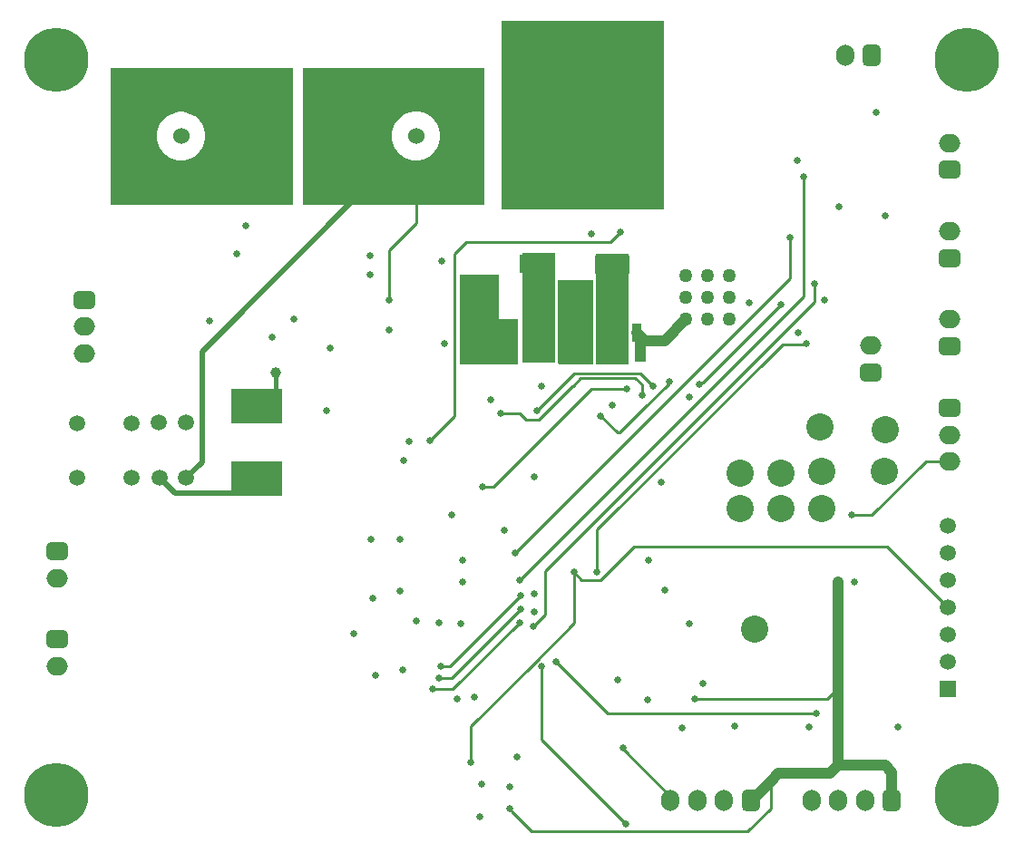
<source format=gbl>
G04*
G04 #@! TF.GenerationSoftware,Altium Limited,Altium Designer,21.2.0 (30)*
G04*
G04 Layer_Physical_Order=4*
G04 Layer_Color=16711680*
%FSLAX25Y25*%
%MOIN*%
G70*
G04*
G04 #@! TF.SameCoordinates,1A82DE82-DBE2-47DD-AFC6-AE7A396213A6*
G04*
G04*
G04 #@! TF.FilePolarity,Positive*
G04*
G01*
G75*
%ADD12C,0.01000*%
%ADD41R,0.03937X0.05315*%
%ADD57C,0.06000*%
%ADD58C,0.12598*%
%ADD59O,0.07874X0.06693*%
G04:AMPARAMS|DCode=60|XSize=66.93mil|YSize=78.74mil|CornerRadius=16.73mil|HoleSize=0mil|Usage=FLASHONLY|Rotation=270.000|XOffset=0mil|YOffset=0mil|HoleType=Round|Shape=RoundedRectangle|*
%AMROUNDEDRECTD60*
21,1,0.06693,0.04528,0,0,270.0*
21,1,0.03347,0.07874,0,0,270.0*
1,1,0.03346,-0.02264,-0.01673*
1,1,0.03346,-0.02264,0.01673*
1,1,0.03346,0.02264,0.01673*
1,1,0.03346,0.02264,-0.01673*
%
%ADD60ROUNDEDRECTD60*%
%ADD61C,0.10000*%
%ADD62O,0.06693X0.07874*%
G04:AMPARAMS|DCode=63|XSize=66.93mil|YSize=78.74mil|CornerRadius=16.73mil|HoleSize=0mil|Usage=FLASHONLY|Rotation=180.000|XOffset=0mil|YOffset=0mil|HoleType=Round|Shape=RoundedRectangle|*
%AMROUNDEDRECTD63*
21,1,0.06693,0.04528,0,0,180.0*
21,1,0.03347,0.07874,0,0,180.0*
1,1,0.03346,-0.01673,0.02264*
1,1,0.03346,0.01673,0.02264*
1,1,0.03346,0.01673,-0.02264*
1,1,0.03346,-0.01673,-0.02264*
%
%ADD63ROUNDEDRECTD63*%
%ADD64C,0.05906*%
%ADD65R,0.05906X0.05906*%
%ADD66C,0.23622*%
%ADD67C,0.05000*%
%ADD68C,0.03150*%
%ADD69C,0.01500*%
%ADD70C,0.02000*%
%ADD71C,0.04000*%
%ADD73C,0.02559*%
%ADD74C,0.03937*%
%ADD75R,0.12598X0.06890*%
%ADD76R,0.03740X0.06890*%
%ADD77R,0.18504X0.12992*%
G36*
X173480Y233138D02*
X106762D01*
Y283639D01*
X173480D01*
Y233138D01*
D02*
G37*
G36*
X103262D02*
X36262D01*
Y283639D01*
X103262D01*
Y233138D01*
D02*
G37*
G36*
X239500Y231500D02*
X180000D01*
Y300971D01*
X239500D01*
Y231500D01*
D02*
G37*
G36*
X199500Y191017D02*
X199398D01*
Y182552D01*
X199500D01*
Y175000D01*
X187500D01*
Y215500D01*
X199500D01*
Y191017D01*
D02*
G37*
G36*
X213480Y205500D02*
Y174500D01*
X200787Y174500D01*
X200520Y175000D01*
Y182552D01*
X200500Y182651D01*
Y190918D01*
X200520Y191017D01*
Y205500D01*
X213480Y205500D01*
D02*
G37*
G36*
X226500Y174500D02*
X214500D01*
Y215000D01*
X226500D01*
Y174500D01*
D02*
G37*
G36*
X179000Y191000D02*
X186000D01*
Y174653D01*
X185538Y174462D01*
X185500Y174500D01*
X164500D01*
Y207500D01*
X179000D01*
Y191000D01*
D02*
G37*
%LPC*%
G36*
X149335Y267374D02*
X147587D01*
X145872Y267033D01*
X144257Y266364D01*
X142804Y265393D01*
X141568Y264157D01*
X140597Y262703D01*
X139928Y261088D01*
X139587Y259374D01*
Y257626D01*
X139928Y255911D01*
X140597Y254297D01*
X141568Y252843D01*
X142804Y251607D01*
X144257Y250636D01*
X145872Y249967D01*
X147587Y249626D01*
X149335D01*
X151049Y249967D01*
X152664Y250636D01*
X154118Y251607D01*
X155353Y252843D01*
X156325Y254297D01*
X156994Y255911D01*
X157335Y257626D01*
Y259374D01*
X156994Y261088D01*
X156325Y262703D01*
X155353Y264157D01*
X154118Y265393D01*
X152664Y266364D01*
X151049Y267033D01*
X149335Y267374D01*
D02*
G37*
G36*
X62913Y267335D02*
X61165D01*
X59451Y266994D01*
X57836Y266325D01*
X56383Y265353D01*
X55146Y264118D01*
X54175Y262664D01*
X53506Y261049D01*
X53165Y259335D01*
Y257587D01*
X53506Y255872D01*
X54175Y254257D01*
X55146Y252804D01*
X56383Y251568D01*
X57836Y250597D01*
X59451Y249928D01*
X61165Y249587D01*
X62913D01*
X64628Y249928D01*
X66243Y250597D01*
X67696Y251568D01*
X68932Y252804D01*
X69903Y254257D01*
X70572Y255872D01*
X70913Y257587D01*
Y259335D01*
X70572Y261049D01*
X69903Y262664D01*
X68932Y264118D01*
X67696Y265353D01*
X66243Y266325D01*
X64628Y266994D01*
X62913Y267335D01*
D02*
G37*
%LPD*%
D12*
X138500Y216500D02*
X148461Y226461D01*
X138500Y198000D02*
Y216500D01*
X252922Y167000D02*
X253637Y167715D01*
X253715D02*
X282500Y196500D01*
X252500Y167000D02*
X252922D01*
X253637Y167715D02*
X253715D01*
X206500Y79431D02*
Y98000D01*
X191720Y64651D02*
X206500Y79431D01*
X168500Y28000D02*
Y41431D01*
X191720Y64651D02*
Y64651D01*
X168500Y41431D02*
X191720Y64651D01*
X209279Y95221D02*
X216151D01*
X206500Y98000D02*
X209279Y95221D01*
X183500Y10000D02*
X190703Y2797D01*
X270297D01*
X278750Y11250D01*
Y21250D01*
X299500Y51500D02*
X303500Y55500D01*
X251000Y51500D02*
X299500D01*
X316000Y119000D02*
X335815Y138815D01*
X344500D01*
X308500Y119000D02*
X316000D01*
X321500Y107500D02*
X344000Y85000D01*
X216151Y95221D02*
X228431Y107500D01*
X321500D01*
X148461Y226461D02*
Y241039D01*
X177000Y129500D02*
X213000Y165500D01*
X226000D01*
X173000Y129500D02*
X177000D01*
X229000Y169500D02*
X231500Y167000D01*
Y163000D02*
Y167000D01*
X209000Y169500D02*
X229000D01*
X206069Y166569D02*
X209000Y169500D01*
X206000Y166569D02*
X206069D01*
X188961Y154000D02*
X193431D01*
X206000Y166569D01*
X179500Y156500D02*
X186461D01*
X188961Y154000D01*
X206500Y171000D02*
X231000D01*
X235500Y166500D01*
X193000Y157500D02*
X206500Y171000D01*
X240754Y166815D02*
Y166832D01*
X232277Y158339D02*
Y158339D01*
X241500Y167578D02*
Y168000D01*
X232277Y158339D02*
X240754Y166815D01*
Y166832D02*
X241500Y167578D01*
X223353Y149414D02*
X232277Y158339D01*
X216286Y155652D02*
X222524Y149414D01*
X223353D01*
X215000Y98000D02*
Y113692D01*
X283221Y181913D02*
X291913D01*
X215000Y113692D02*
X283221Y181913D01*
X220000Y219500D02*
X223500Y223000D01*
X167000Y219500D02*
X220000D01*
X162500Y215000D02*
X167000Y219500D01*
X162500Y155500D02*
Y215000D01*
X153500Y146500D02*
X162500Y155500D01*
X286000Y206000D02*
Y221000D01*
X185000Y105000D02*
X286000Y206000D01*
X200000Y65000D02*
X219000Y46000D01*
X295500D01*
X194500Y36648D02*
X225571Y5576D01*
X194500Y36648D02*
Y63500D01*
X196000Y98500D02*
X294842Y197342D01*
Y203842D01*
X196000Y82500D02*
Y98500D01*
X291913Y181913D02*
X292000Y182000D01*
X186500Y95000D02*
X291000Y199500D01*
X191500Y78000D02*
X196000Y82500D01*
X161376Y59124D02*
X186876Y84624D01*
X156876Y59124D02*
X161376D01*
X294842Y203842D02*
X295000Y204000D01*
X161752Y55000D02*
X186376Y79624D01*
X154500Y55000D02*
X161752D01*
X160752Y63500D02*
X186876Y89624D01*
X157500Y63500D02*
X160752D01*
X291000Y199500D02*
Y243500D01*
X224500Y33078D02*
X241972Y15606D01*
Y14000D02*
Y15606D01*
X224500Y33078D02*
Y33500D01*
D41*
X196761Y178000D02*
D03*
X204044D02*
D03*
X183358D02*
D03*
X190642D02*
D03*
X217597D02*
D03*
X210314D02*
D03*
X231000D02*
D03*
X223716D02*
D03*
D57*
X62039Y258461D02*
D03*
X148461Y258500D02*
D03*
D58*
X79500Y275921D02*
D03*
X62039Y241000D02*
D03*
X79500Y258461D02*
D03*
Y241000D02*
D03*
X44579D02*
D03*
Y258461D02*
D03*
X62039Y275921D02*
D03*
X44579D02*
D03*
X165921Y275961D02*
D03*
X148461Y241039D02*
D03*
X165921Y258500D02*
D03*
Y241039D02*
D03*
X131000D02*
D03*
Y258500D02*
D03*
X148461Y275961D02*
D03*
X131000D02*
D03*
D59*
X26500Y178500D02*
D03*
Y188342D02*
D03*
X344500Y191000D02*
D03*
Y223342D02*
D03*
X315500Y181500D02*
D03*
X344500Y255842D02*
D03*
Y138815D02*
D03*
Y148658D02*
D03*
X16500Y95917D02*
D03*
Y63657D02*
D03*
D60*
X26500Y198185D02*
D03*
X344500Y181158D02*
D03*
Y213500D02*
D03*
X315500Y171658D02*
D03*
X344500Y246000D02*
D03*
Y158500D02*
D03*
X16500Y105759D02*
D03*
Y73500D02*
D03*
D61*
X267500Y134500D02*
D03*
X320500Y135000D02*
D03*
X273000Y77000D02*
D03*
X282500Y121500D02*
D03*
Y134500D02*
D03*
X297500Y121500D02*
D03*
X297000Y151500D02*
D03*
X297500Y135000D02*
D03*
X267500Y121500D02*
D03*
X321000Y150500D02*
D03*
D62*
X241972Y14000D02*
D03*
X251815D02*
D03*
X261658D02*
D03*
X293815D02*
D03*
X303658D02*
D03*
X313500D02*
D03*
X306157Y288000D02*
D03*
D63*
X271500Y14000D02*
D03*
X323342D02*
D03*
X316000Y288000D02*
D03*
D64*
X54079Y132870D02*
D03*
X64000D02*
D03*
Y153000D02*
D03*
X54000D02*
D03*
X44000Y152870D02*
D03*
Y132870D02*
D03*
X24000Y152870D02*
D03*
Y132870D02*
D03*
X344000Y115000D02*
D03*
Y65000D02*
D03*
Y75000D02*
D03*
Y85000D02*
D03*
Y105000D02*
D03*
Y95000D02*
D03*
D65*
Y55000D02*
D03*
D66*
X351000Y16185D02*
D03*
X16295Y286500D02*
D03*
X351000D02*
D03*
X16295Y16185D02*
D03*
D67*
X255500Y191000D02*
D03*
Y199000D02*
D03*
Y207000D02*
D03*
X263500Y191000D02*
D03*
X247500D02*
D03*
X263500Y199000D02*
D03*
X247500D02*
D03*
X263500Y207000D02*
D03*
X247500D02*
D03*
X110000Y255500D02*
D03*
X118000Y256000D02*
D03*
X118500Y262500D02*
D03*
X110500Y263000D02*
D03*
Y270000D02*
D03*
X118500Y269500D02*
D03*
X118000Y278000D02*
D03*
X110500D02*
D03*
X100000Y255500D02*
D03*
X92500Y255000D02*
D03*
Y263000D02*
D03*
X100000Y262500D02*
D03*
X100500Y270500D02*
D03*
X92500Y271000D02*
D03*
X100500Y278000D02*
D03*
X93000Y278500D02*
D03*
D68*
X200773Y264496D02*
D03*
X209434Y251504D02*
D03*
X200773D02*
D03*
X209434Y264496D02*
D03*
D69*
X97000Y164746D02*
Y171500D01*
X90000Y159000D02*
X91254D01*
X97000Y164746D01*
X84378Y127000D02*
X90000Y132622D01*
D70*
X229555Y186284D02*
X231000Y184840D01*
Y183265D02*
Y184840D01*
X131000Y240520D02*
Y241039D01*
X64000Y132870D02*
X69760Y138630D01*
Y179279D01*
X131000Y240520D01*
X59949Y127000D02*
X84378D01*
X54079Y132870D02*
X59949Y127000D01*
D71*
X231000Y184840D02*
X232575Y183265D01*
X239765D02*
X247500Y191000D01*
X232575Y183265D02*
X239765D01*
X229555Y186284D02*
X231000Y184840D01*
X278750Y21250D02*
X281500Y24000D01*
X273437Y15937D02*
X278750Y21250D01*
X303500Y55500D02*
Y94500D01*
Y27000D02*
Y55500D01*
X323342Y14000D02*
Y24657D01*
X320999Y27000D02*
X323342Y24657D01*
X303500Y27000D02*
X320999D01*
X271500Y14591D02*
X272847Y15937D01*
X273437D01*
X271500Y14000D02*
Y14591D01*
X281500Y24000D02*
X300500D01*
X303500Y27000D01*
X231000Y178000D02*
Y183265D01*
D73*
X138500Y198000D02*
D03*
X158000Y212500D02*
D03*
X204500Y193500D02*
D03*
Y198000D02*
D03*
X82500Y215000D02*
D03*
X103500Y191000D02*
D03*
X95500Y184500D02*
D03*
X213000Y222500D02*
D03*
X249000Y162500D02*
D03*
X133500Y60000D02*
D03*
X132500Y88500D02*
D03*
X115500Y157500D02*
D03*
X145925Y146112D02*
D03*
X143702Y139298D02*
D03*
X161500Y119000D02*
D03*
X192000Y133000D02*
D03*
X181000Y113500D02*
D03*
X249000Y79000D02*
D03*
X238500Y131000D02*
D03*
X220500Y159500D02*
D03*
X176000Y161500D02*
D03*
X194500Y166500D02*
D03*
X142488Y91047D02*
D03*
X282500Y196500D02*
D03*
X252500Y167000D02*
D03*
X271000Y197000D02*
D03*
X325500Y41000D02*
D03*
X293000D02*
D03*
X265500Y41500D02*
D03*
X246149Y40690D02*
D03*
X289000Y186000D02*
D03*
X298500Y198000D02*
D03*
X321000Y229000D02*
D03*
X317500Y267000D02*
D03*
X304000Y232500D02*
D03*
X288500Y249500D02*
D03*
X231000Y243500D02*
D03*
X309500Y94500D02*
D03*
X172195Y199263D02*
D03*
X169000Y203000D02*
D03*
X217500Y196500D02*
D03*
X223000D02*
D03*
Y203500D02*
D03*
X217500D02*
D03*
X196500Y193500D02*
D03*
X191000D02*
D03*
X196500Y199500D02*
D03*
X191000D02*
D03*
X175500Y203000D02*
D03*
X169000Y182000D02*
D03*
X175000Y191500D02*
D03*
X233500Y51000D02*
D03*
X222500Y58500D02*
D03*
X185500Y30000D02*
D03*
X170000Y52000D02*
D03*
X163500Y51500D02*
D03*
X143438Y62003D02*
D03*
X157000Y79500D02*
D03*
X148500Y80000D02*
D03*
X125500Y75500D02*
D03*
X142500Y110000D02*
D03*
X132000D02*
D03*
X165500Y102500D02*
D03*
Y94500D02*
D03*
X183000Y19000D02*
D03*
Y11000D02*
D03*
X254000Y57000D02*
D03*
X251000Y51500D02*
D03*
X303500Y94500D02*
D03*
X308500Y119000D02*
D03*
X117000Y180500D02*
D03*
X159000Y182000D02*
D03*
X138500Y187000D02*
D03*
X131500Y207500D02*
D03*
Y214500D02*
D03*
X86000Y225500D02*
D03*
X72500Y190500D02*
D03*
X226000Y165500D02*
D03*
X231500Y163000D02*
D03*
X235500Y166500D02*
D03*
X173000Y129500D02*
D03*
X241500Y168000D02*
D03*
X179500Y156500D02*
D03*
X193000Y157500D02*
D03*
X216286Y155652D02*
D03*
X153500Y146500D02*
D03*
X223500Y223000D02*
D03*
X286000Y221000D02*
D03*
X185000Y105000D02*
D03*
X200000Y65000D02*
D03*
X194500Y63500D02*
D03*
X191500Y78000D02*
D03*
X186876Y89624D02*
D03*
Y84624D02*
D03*
X186500Y95000D02*
D03*
X186376Y79624D02*
D03*
X206500Y98000D02*
D03*
X215000D02*
D03*
X168500Y28000D02*
D03*
X225571Y5576D02*
D03*
X295500Y46000D02*
D03*
X192000Y83500D02*
D03*
Y90000D02*
D03*
X292000Y182000D02*
D03*
X291000Y243500D02*
D03*
X295000Y204000D02*
D03*
X240000Y91500D02*
D03*
X234000Y102500D02*
D03*
X224500Y33500D02*
D03*
X172500Y20000D02*
D03*
X172000Y8000D02*
D03*
X154500Y55000D02*
D03*
X156876Y59124D02*
D03*
X157500Y63500D02*
D03*
X165000Y79000D02*
D03*
D74*
X97000Y171500D02*
D03*
D75*
X193000Y211588D02*
D03*
X220500Y211088D02*
D03*
D76*
X183945Y186785D02*
D03*
X193000D02*
D03*
X202055D02*
D03*
X229555Y186284D02*
D03*
X220500D02*
D03*
X211445D02*
D03*
D77*
X90000Y132622D02*
D03*
Y159000D02*
D03*
M02*

</source>
